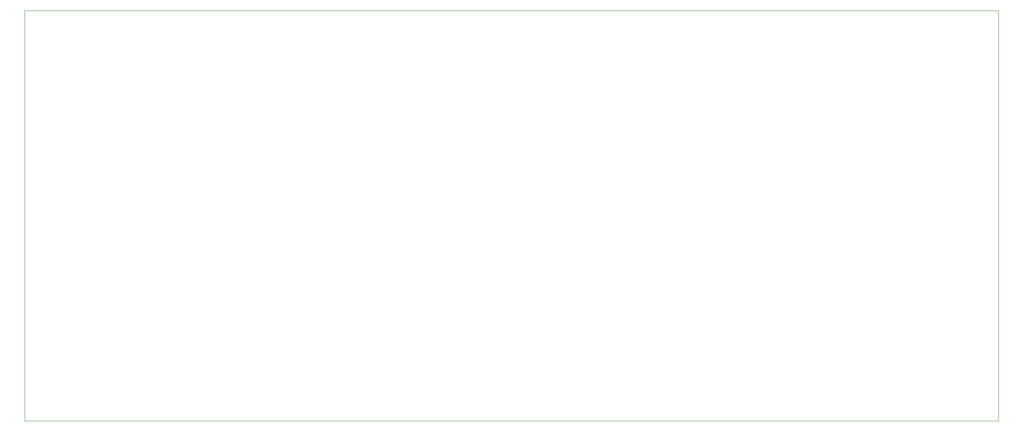
<source format=gbr>
%TF.GenerationSoftware,KiCad,Pcbnew,(5.1.10)-1*%
%TF.CreationDate,2021-09-21T20:51:07-05:00*%
%TF.ProjectId,FightKey_DirectionModule,46696768-744b-4657-995f-446972656374,rev?*%
%TF.SameCoordinates,Original*%
%TF.FileFunction,Profile,NP*%
%FSLAX46Y46*%
G04 Gerber Fmt 4.6, Leading zero omitted, Abs format (unit mm)*
G04 Created by KiCad (PCBNEW (5.1.10)-1) date 2021-09-21 20:51:07*
%MOMM*%
%LPD*%
G01*
G04 APERTURE LIST*
%TA.AperFunction,Profile*%
%ADD10C,0.050000*%
%TD*%
G04 APERTURE END LIST*
D10*
X19050000Y-110490000D02*
X19050000Y-97790000D01*
X220980000Y-110490000D02*
X19050000Y-110490000D01*
X220980000Y-109220000D02*
X220980000Y-110490000D01*
X220980000Y-25400000D02*
X220980000Y-109220000D01*
X19050000Y-25400000D02*
X220980000Y-25400000D01*
X19050000Y-97790000D02*
X19050000Y-25400000D01*
M02*

</source>
